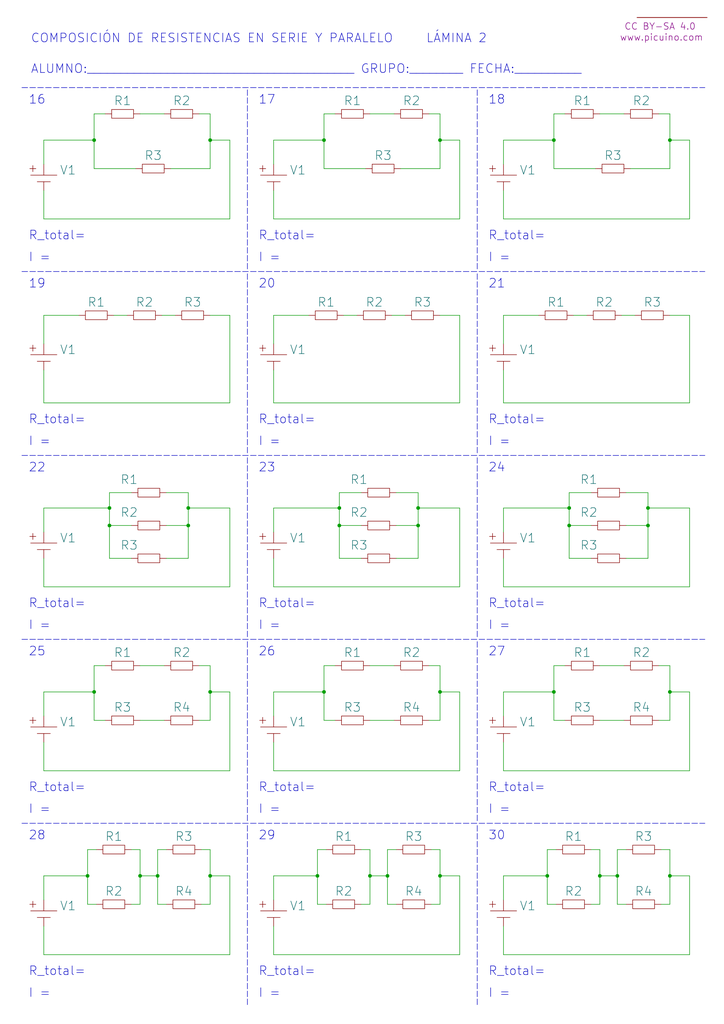
<source format=kicad_sch>
(kicad_sch (version 20211123) (generator eeschema)
  (paper "A4" portrait)
  (title_block (title "Circuitos eléctricos. Composición de resistencias en serie y paralelo") (date "8/05/2021") (company "www.picuino.com") (comment 1 "Copyright (c) 2021 by Carlos Pardo") (comment 2 "License CC BY-SA 4.0"))
  (lib_symbols
    (symbol "electric-resistencias-serie-paralelo-rescue:CopyRight-simbolos" (pin_names (offset 1.016))
      (property "License" "CC BY-SA 4.0" (at -1.27 -1.27 0))
      (property "Web" "www.picuino.com" (at 0 -1.27 0))
      (symbol "CopyRight-simbolos_0_1"
        (polyline (pts (xy -10.16 0) (xy 10.16 0)) (stroke (width 0.2032)))
      )
    )
    (symbol "electric-resistencias-serie-paralelo-rescue:Pila-simbolos" (pin_names (offset 1.016))
      (property "Reference" "V" (at 5.08 -4.445 0))
      (symbol "Pila-simbolos_0_1"
        (polyline (pts (xy -4.064 -1.27) (xy -2.286 -1.27)))
        (polyline (pts (xy -3.81 -3.175) (xy 3.81 -3.175)))
        (polyline (pts (xy -3.175 -0.381) (xy -3.175 -2.159)))
        (polyline (pts (xy -1.905 -5.08) (xy 1.905 -5.08)))
      )
      (symbol "Pila-simbolos_1_1"
        (pin input line (at 0 -7.62 90) (length 2.54) (name "") (number ""))
        (pin input line (at 0 0 270) (length 3.175) (name "") (number ""))
      )
    )
    (symbol "electric-resistencias-serie-paralelo-rescue:resistencia-simbolos" (pin_names (offset 1.016))
      (property "Reference" "R" (at 1.905 -5.08 0))
      (symbol "resistencia-simbolos_0_1"
        (rectangle (start -1.27 -1.905) (end 1.27 -8.255))
      )
      (symbol "resistencia-simbolos_1_1"
        (pin input line (at 0 -10.16 90) (length 1.905) (name "") (number ""))
        (pin input line (at 0 0 270) (length 1.905) (name "") (number ""))
      )
    )
  )
  (junction (at 160.655 200.66))
  (junction (at 179.07 254))
  (junction (at 173.99 254))
  (junction (at 98.425 147.32))
  (junction (at 127.635 40.64))
  (junction (at 45.72 254))
  (junction (at 121.285 147.32))
  (junction (at 121.285 152.4))
  (junction (at 92.075 254))
  (junction (at 54.61 152.4))
  (junction (at 25.4 254))
  (junction (at 194.31 200.66))
  (junction (at 60.96 254))
  (junction (at 27.305 200.66))
  (junction (at 27.305 40.64))
  (junction (at 187.96 152.4))
  (junction (at 127.635 254))
  (junction (at 194.31 254))
  (junction (at 194.31 40.64))
  (junction (at 93.98 200.66))
  (junction (at 60.96 200.66))
  (junction (at 160.655 40.64))
  (junction (at 40.64 254))
  (junction (at 31.75 147.32))
  (junction (at 98.425 152.4))
  (junction (at 127.635 200.66))
  (junction (at 31.75 152.4))
  (junction (at 165.1 152.4))
  (junction (at 54.61 147.32))
  (junction (at 60.96 40.64))
  (junction (at 158.75 254))
  (junction (at 187.96 147.32))
  (junction (at 112.395 254))
  (junction (at 93.98 40.64))
  (junction (at 165.1 147.32))
  (junction (at 107.315 254))
  (wire (pts (xy 25.4 246.38) (xy 25.4 254)))
  (wire (pts (xy 12.7 223.52) (xy 66.675 223.52)))
  (wire (pts (xy 107.315 254) (xy 107.315 262.255)))
  (wire (pts (xy 66.675 147.32) (xy 66.675 170.18)))
  (wire (pts (xy 194.31 200.66) (xy 194.31 208.915)))
  (wire (pts (xy 93.98 48.895) (xy 106.045 48.895)))
  (wire (pts (xy 12.7 161.925) (xy 12.7 170.18)))
  (wire (pts (xy 107.315 193.04) (xy 114.3 193.04)))
  (wire (pts (xy 158.75 246.38) (xy 158.75 254)))
  (wire (pts (xy 45.72 254) (xy 45.72 246.38)))
  (wire (pts (xy 158.75 254) (xy 158.75 262.255)))
  (wire (pts (xy 54.61 147.32) (xy 66.675 147.32)))
  (wire (pts (xy 200.025 116.84) (xy 146.05 116.84)))
  (wire (pts (xy 160.655 40.64) (xy 160.655 48.895)))
  (wire (pts (xy 133.35 254) (xy 133.35 276.86)))
  (wire (pts (xy 158.75 262.255) (xy 161.29 262.255)))
  (wire (pts (xy 200.025 147.32) (xy 200.025 170.18)))
  (wire (pts (xy 66.675 254) (xy 66.675 276.86)))
  (wire (pts (xy 94.615 246.38) (xy 92.075 246.38)))
  (wire (pts (xy 31.75 152.4) (xy 31.75 161.925)))
  (wire (pts (xy 133.35 91.44) (xy 133.35 116.84)))
  (wire (pts (xy 165.1 161.925) (xy 171.45 161.925)))
  (wire (pts (xy 200.025 200.66) (xy 200.025 223.52)))
  (wire (pts (xy 127.635 254) (xy 127.635 262.255)))
  (wire (pts (xy 146.05 254) (xy 146.05 260.985)))
  (wire (pts (xy 121.285 152.4) (xy 121.285 161.925)))
  (wire (pts (xy 173.99 246.38) (xy 173.99 254)))
  (wire (pts (xy 79.375 99.695) (xy 79.375 91.44)))
  (wire (pts (xy 60.96 40.64) (xy 66.675 40.64)))
  (wire (pts (xy 79.375 200.66) (xy 79.375 207.645)))
  (wire (pts (xy 60.96 33.02) (xy 60.96 40.64)))
  (polyline (pts (xy 6.35 132.08) (xy 204.47 132.08)))
  (wire (pts (xy 97.155 193.04) (xy 93.98 193.04)))
  (wire (pts (xy 114.935 142.875) (xy 121.285 142.875)))
  (wire (pts (xy 146.05 40.64) (xy 160.655 40.64)))
  (wire (pts (xy 161.29 246.38) (xy 158.75 246.38)))
  (wire (pts (xy 12.7 268.605) (xy 12.7 276.86)))
  (wire (pts (xy 160.655 208.915) (xy 163.83 208.915)))
  (wire (pts (xy 146.05 99.695) (xy 146.05 91.44)))
  (wire (pts (xy 79.375 40.64) (xy 79.375 47.625)))
  (wire (pts (xy 146.05 268.605) (xy 146.05 276.86)))
  (wire (pts (xy 98.425 147.32) (xy 98.425 152.4)))
  (wire (pts (xy 146.05 215.265) (xy 146.05 223.52)))
  (wire (pts (xy 12.7 147.32) (xy 31.75 147.32)))
  (wire (pts (xy 27.305 48.895) (xy 39.37 48.895)))
  (wire (pts (xy 187.96 147.32) (xy 200.025 147.32)))
  (wire (pts (xy 25.4 254) (xy 25.4 262.255)))
  (wire (pts (xy 92.075 262.255) (xy 94.615 262.255)))
  (wire (pts (xy 60.96 91.44) (xy 66.675 91.44)))
  (wire (pts (xy 30.48 193.04) (xy 27.305 193.04)))
  (wire (pts (xy 79.375 63.5) (xy 133.35 63.5)))
  (wire (pts (xy 107.315 33.02) (xy 114.3 33.02)))
  (wire (pts (xy 60.96 200.66) (xy 60.96 208.915)))
  (wire (pts (xy 127.635 40.64) (xy 127.635 48.895)))
  (wire (pts (xy 27.305 40.64) (xy 27.305 48.895)))
  (wire (pts (xy 127.635 200.66) (xy 127.635 208.915)))
  (wire (pts (xy 160.655 48.895) (xy 172.72 48.895)))
  (wire (pts (xy 79.375 55.245) (xy 79.375 63.5)))
  (wire (pts (xy 66.675 40.64) (xy 66.675 63.5)))
  (wire (pts (xy 92.075 246.38) (xy 92.075 254)))
  (wire (pts (xy 79.375 223.52) (xy 133.35 223.52)))
  (wire (pts (xy 127.635 193.04) (xy 127.635 200.66)))
  (wire (pts (xy 127.635 246.38) (xy 127.635 254)))
  (polyline (pts (xy 71.755 132.715) (xy 71.755 184.785)))
  (wire (pts (xy 194.31 254) (xy 194.31 262.255)))
  (wire (pts (xy 200.025 91.44) (xy 200.025 116.84)))
  (wire (pts (xy 127.635 33.02) (xy 127.635 40.64)))
  (wire (pts (xy 127.635 48.895) (xy 116.205 48.895)))
  (wire (pts (xy 146.05 147.32) (xy 146.05 154.305)))
  (wire (pts (xy 12.7 154.305) (xy 12.7 147.32)))
  (wire (pts (xy 146.05 161.925) (xy 146.05 170.18)))
  (wire (pts (xy 31.75 161.925) (xy 38.1 161.925)))
  (wire (pts (xy 79.375 268.605) (xy 79.375 276.86)))
  (wire (pts (xy 133.35 147.32) (xy 133.35 170.18)))
  (wire (pts (xy 60.96 246.38) (xy 58.42 246.38)))
  (polyline (pts (xy 71.755 239.395) (xy 71.755 291.465)))
  (wire (pts (xy 79.375 161.925) (xy 79.375 170.18)))
  (wire (pts (xy 133.35 116.84) (xy 79.375 116.84)))
  (wire (pts (xy 60.96 193.04) (xy 57.785 193.04)))
  (wire (pts (xy 98.425 142.875) (xy 98.425 147.32)))
  (wire (pts (xy 173.99 262.255) (xy 171.45 262.255)))
  (wire (pts (xy 127.635 200.66) (xy 133.35 200.66)))
  (wire (pts (xy 45.72 262.255) (xy 45.72 254)))
  (wire (pts (xy 194.31 33.02) (xy 194.31 40.64)))
  (wire (pts (xy 200.025 170.18) (xy 146.05 170.18)))
  (wire (pts (xy 31.75 147.32) (xy 31.75 152.4)))
  (wire (pts (xy 165.1 152.4) (xy 171.45 152.4)))
  (wire (pts (xy 114.935 262.255) (xy 112.395 262.255)))
  (wire (pts (xy 107.315 246.38) (xy 107.315 254)))
  (wire (pts (xy 98.425 152.4) (xy 98.425 161.925)))
  (wire (pts (xy 98.425 161.925) (xy 104.775 161.925)))
  (wire (pts (xy 93.98 200.66) (xy 93.98 208.915)))
  (wire (pts (xy 93.98 40.64) (xy 93.98 48.895)))
  (wire (pts (xy 146.05 63.5) (xy 200.025 63.5)))
  (wire (pts (xy 27.94 246.38) (xy 25.4 246.38)))
  (wire (pts (xy 107.315 262.255) (xy 104.775 262.255)))
  (polyline (pts (xy 6.35 238.76) (xy 204.47 238.76)))
  (wire (pts (xy 173.99 254) (xy 179.07 254)))
  (wire (pts (xy 40.64 254) (xy 40.64 262.255)))
  (wire (pts (xy 79.375 154.305) (xy 79.375 147.32)))
  (wire (pts (xy 25.4 262.255) (xy 27.94 262.255)))
  (wire (pts (xy 133.35 40.64) (xy 133.35 63.5)))
  (wire (pts (xy 60.96 262.255) (xy 58.42 262.255)))
  (wire (pts (xy 121.285 142.875) (xy 121.285 147.32)))
  (wire (pts (xy 54.61 152.4) (xy 54.61 161.925)))
  (polyline (pts (xy 138.43 239.395) (xy 138.43 291.465)))
  (wire (pts (xy 146.05 91.44) (xy 156.21 91.44)))
  (wire (pts (xy 121.285 147.32) (xy 133.35 147.32)))
  (wire (pts (xy 27.305 193.04) (xy 27.305 200.66)))
  (wire (pts (xy 79.375 215.265) (xy 79.375 223.52)))
  (wire (pts (xy 60.96 246.38) (xy 60.96 254)))
  (wire (pts (xy 187.96 142.875) (xy 187.96 147.32)))
  (wire (pts (xy 30.48 33.02) (xy 27.305 33.02)))
  (wire (pts (xy 127.635 262.255) (xy 125.095 262.255)))
  (wire (pts (xy 99.695 91.44) (xy 103.505 91.44)))
  (wire (pts (xy 60.96 193.04) (xy 60.96 200.66)))
  (wire (pts (xy 173.99 193.04) (xy 180.975 193.04)))
  (wire (pts (xy 60.96 208.915) (xy 57.785 208.915)))
  (wire (pts (xy 180.34 91.44) (xy 184.15 91.44)))
  (wire (pts (xy 121.285 161.925) (xy 114.935 161.925)))
  (wire (pts (xy 179.07 254) (xy 179.07 246.38)))
  (wire (pts (xy 79.375 147.32) (xy 98.425 147.32)))
  (wire (pts (xy 187.96 152.4) (xy 187.96 161.925)))
  (wire (pts (xy 104.775 246.38) (xy 107.315 246.38)))
  (wire (pts (xy 194.31 246.38) (xy 191.77 246.38)))
  (polyline (pts (xy 6.35 25.4) (xy 204.47 25.4)))
  (wire (pts (xy 194.31 40.64) (xy 200.025 40.64)))
  (wire (pts (xy 98.425 152.4) (xy 104.775 152.4)))
  (wire (pts (xy 127.635 91.44) (xy 133.35 91.44)))
  (wire (pts (xy 60.96 254) (xy 66.675 254)))
  (wire (pts (xy 33.02 91.44) (xy 36.83 91.44)))
  (wire (pts (xy 146.05 55.245) (xy 146.05 63.5)))
  (wire (pts (xy 194.31 193.04) (xy 191.135 193.04)))
  (wire (pts (xy 112.395 254) (xy 112.395 246.38)))
  (wire (pts (xy 93.98 193.04) (xy 93.98 200.66)))
  (wire (pts (xy 40.64 254) (xy 45.72 254)))
  (wire (pts (xy 171.45 142.875) (xy 165.1 142.875)))
  (wire (pts (xy 66.675 91.44) (xy 66.675 116.84)))
  (wire (pts (xy 31.75 142.875) (xy 31.75 147.32)))
  (wire (pts (xy 38.1 142.875) (xy 31.75 142.875)))
  (wire (pts (xy 27.305 33.02) (xy 27.305 40.64)))
  (wire (pts (xy 12.7 254) (xy 12.7 260.985)))
  (wire (pts (xy 31.75 152.4) (xy 38.1 152.4)))
  (wire (pts (xy 54.61 161.925) (xy 48.26 161.925)))
  (wire (pts (xy 60.96 200.66) (xy 66.675 200.66)))
  (wire (pts (xy 45.72 246.38) (xy 48.26 246.38)))
  (wire (pts (xy 27.305 200.66) (xy 27.305 208.915)))
  (wire (pts (xy 194.31 33.02) (xy 191.135 33.02)))
  (wire (pts (xy 146.05 276.86) (xy 200.025 276.86)))
  (polyline (pts (xy 71.755 26.035) (xy 71.755 78.105)))
  (wire (pts (xy 97.155 33.02) (xy 93.98 33.02)))
  (wire (pts (xy 12.7 55.245) (xy 12.7 63.5)))
  (wire (pts (xy 127.635 40.64) (xy 133.35 40.64)))
  (wire (pts (xy 92.075 254) (xy 92.075 262.255)))
  (wire (pts (xy 66.675 116.84) (xy 12.7 116.84)))
  (polyline (pts (xy 138.43 132.715) (xy 138.43 184.785)))
  (wire (pts (xy 146.05 107.315) (xy 146.05 116.84)))
  (wire (pts (xy 54.61 152.4) (xy 48.26 152.4)))
  (wire (pts (xy 12.7 91.44) (xy 22.86 91.44)))
  (wire (pts (xy 104.775 142.875) (xy 98.425 142.875)))
  (wire (pts (xy 46.99 91.44) (xy 50.8 91.44)))
  (polyline (pts (xy 6.35 185.42) (xy 204.47 185.42)))
  (wire (pts (xy 165.1 147.32) (xy 165.1 152.4)))
  (wire (pts (xy 121.285 152.4) (xy 114.935 152.4)))
  (polyline (pts (xy 71.755 186.055) (xy 71.755 238.125)))
  (wire (pts (xy 127.635 33.02) (xy 124.46 33.02)))
  (wire (pts (xy 187.96 147.32) (xy 187.96 152.4)))
  (wire (pts (xy 54.61 147.32) (xy 54.61 152.4)))
  (wire (pts (xy 66.675 170.18) (xy 12.7 170.18)))
  (wire (pts (xy 54.61 142.875) (xy 54.61 147.32)))
  (wire (pts (xy 107.315 254) (xy 112.395 254)))
  (wire (pts (xy 173.99 33.02) (xy 180.975 33.02)))
  (wire (pts (xy 79.375 254) (xy 92.075 254)))
  (wire (pts (xy 12.7 63.5) (xy 66.675 63.5)))
  (wire (pts (xy 47.625 208.915) (xy 40.64 208.915)))
  (wire (pts (xy 40.64 262.255) (xy 38.1 262.255)))
  (wire (pts (xy 66.675 200.66) (xy 66.675 223.52)))
  (wire (pts (xy 187.96 152.4) (xy 181.61 152.4)))
  (wire (pts (xy 160.655 193.04) (xy 160.655 200.66)))
  (wire (pts (xy 127.635 208.915) (xy 124.46 208.915)))
  (wire (pts (xy 146.05 147.32) (xy 165.1 147.32)))
  (wire (pts (xy 194.31 91.44) (xy 200.025 91.44)))
  (wire (pts (xy 181.61 142.875) (xy 187.96 142.875)))
  (wire (pts (xy 93.98 33.02) (xy 93.98 40.64)))
  (wire (pts (xy 146.05 40.64) (xy 146.05 47.625)))
  (wire (pts (xy 60.96 48.895) (xy 49.53 48.895)))
  (wire (pts (xy 160.655 33.02) (xy 160.655 40.64)))
  (polyline (pts (xy 6.35 78.74) (xy 204.47 78.74)))
  (wire (pts (xy 60.96 254) (xy 60.96 262.255)))
  (wire (pts (xy 12.7 215.265) (xy 12.7 223.52)))
  (polyline (pts (xy 138.43 26.035) (xy 138.43 78.105)))
  (wire (pts (xy 166.37 91.44) (xy 170.18 91.44)))
  (wire (pts (xy 146.05 200.66) (xy 160.655 200.66)))
  (wire (pts (xy 179.07 246.38) (xy 181.61 246.38)))
  (wire (pts (xy 194.31 40.64) (xy 194.31 48.895)))
  (wire (pts (xy 12.7 40.64) (xy 27.305 40.64)))
  (wire (pts (xy 133.35 170.18) (xy 79.375 170.18)))
  (polyline (pts (xy 138.43 79.375) (xy 138.43 131.445)))
  (wire (pts (xy 165.1 152.4) (xy 165.1 161.925)))
  (wire (pts (xy 194.31 254) (xy 200.025 254)))
  (wire (pts (xy 180.975 208.915) (xy 173.99 208.915)))
  (wire (pts (xy 194.31 246.38) (xy 194.31 254)))
  (wire (pts (xy 48.26 142.875) (xy 54.61 142.875)))
  (wire (pts (xy 146.05 200.66) (xy 146.05 207.645)))
  (wire (pts (xy 12.7 40.64) (xy 12.7 47.625)))
  (wire (pts (xy 163.83 193.04) (xy 160.655 193.04)))
  (wire (pts (xy 12.7 107.315) (xy 12.7 116.84)))
  (wire (pts (xy 113.665 91.44) (xy 117.475 91.44)))
  (wire (pts (xy 79.375 200.66) (xy 93.98 200.66)))
  (wire (pts (xy 79.375 40.64) (xy 93.98 40.64)))
  (wire (pts (xy 127.635 254) (xy 133.35 254)))
  (wire (pts (xy 160.655 200.66) (xy 160.655 208.915)))
  (wire (pts (xy 79.375 276.86) (xy 133.35 276.86)))
  (wire (pts (xy 38.1 246.38) (xy 40.64 246.38)))
  (wire (pts (xy 112.395 262.255) (xy 112.395 254)))
  (wire (pts (xy 121.285 147.32) (xy 121.285 152.4)))
  (wire (pts (xy 127.635 246.38) (xy 125.095 246.38)))
  (wire (pts (xy 27.305 208.915) (xy 30.48 208.915)))
  (wire (pts (xy 12.7 200.66) (xy 27.305 200.66)))
  (wire (pts (xy 146.05 223.52) (xy 200.025 223.52)))
  (wire (pts (xy 171.45 246.38) (xy 173.99 246.38)))
  (wire (pts (xy 60.96 33.02) (xy 57.785 33.02)))
  (wire (pts (xy 200.025 40.64) (xy 200.025 63.5)))
  (wire (pts (xy 40.64 246.38) (xy 40.64 254)))
  (wire (pts (xy 194.31 262.255) (xy 191.77 262.255)))
  (wire (pts (xy 181.61 262.255) (xy 179.07 262.255)))
  (wire (pts (xy 194.31 48.895) (xy 182.88 48.895)))
  (wire (pts (xy 12.7 200.66) (xy 12.7 207.645)))
  (wire (pts (xy 114.3 208.915) (xy 107.315 208.915)))
  (wire (pts (xy 146.05 254) (xy 158.75 254)))
  (wire (pts (xy 163.83 33.02) (xy 160.655 33.02)))
  (wire (pts (xy 200.025 254) (xy 200.025 276.86)))
  (wire (pts (xy 112.395 246.38) (xy 114.935 246.38)))
  (wire (pts (xy 133.35 200.66) (xy 133.35 223.52)))
  (wire (pts (xy 48.26 262.255) (xy 45.72 262.255)))
  (wire (pts (xy 12.7 276.86) (xy 66.675 276.86)))
  (wire (pts (xy 179.07 262.255) (xy 179.07 254)))
  (wire (pts (xy 173.99 254) (xy 173.99 262.255)))
  (wire (pts (xy 60.96 40.64) (xy 60.96 48.895)))
  (polyline (pts (xy 138.43 186.055) (xy 138.43 238.125)))
  (wire (pts (xy 79.375 107.315) (xy 79.375 116.84)))
  (polyline (pts (xy 71.755 79.375) (xy 71.755 131.445)))
  (wire (pts (xy 165.1 142.875) (xy 165.1 147.32)))
  (wire (pts (xy 40.64 193.04) (xy 47.625 193.04)))
  (wire (pts (xy 12.7 254) (xy 25.4 254)))
  (wire (pts (xy 194.31 193.04) (xy 194.31 200.66)))
  (wire (pts (xy 12.7 99.695) (xy 12.7 91.44)))
  (wire (pts (xy 187.96 161.925) (xy 181.61 161.925)))
  (wire (pts (xy 40.64 33.02) (xy 47.625 33.02)))
  (wire (pts (xy 93.98 208.915) (xy 97.155 208.915)))
  (wire (pts (xy 127.635 193.04) (xy 124.46 193.04)))
  (wire (pts (xy 79.375 260.985) (xy 79.375 254)))
  (wire (pts (xy 194.31 208.915) (xy 191.135 208.915)))
  (wire (pts (xy 194.31 200.66) (xy 200.025 200.66)))
  (wire (pts (xy 79.375 91.44) (xy 89.535 91.44)))
  (text "COMPOSICIÓN DE RESISTENCIAS EN SERIE Y PARALELO     LÁMINA 2" (at 8.89 12.7 0) (effects (font (size 2.54 2.54)) (justify left bottom)))
  (text "I =" (at 141.605 182.88 0) (effects (font (size 2.54 2.54)) (justify left bottom)))
  (text "I =" (at 74.93 289.56 0) (effects (font (size 2.54 2.54)) (justify left bottom)))
  (text "R_total=" (at 74.93 123.19 0) (effects (font (size 2.54 2.54)) (justify left bottom)))
  (text "R_total=" (at 141.605 69.85 0) (effects (font (size 2.54 2.54)) (justify left bottom)))
  (text "R_total=" (at 8.255 176.53 0) (effects (font (size 2.54 2.54)) (justify left bottom)))
  (text "23" (at 74.93 137.16 0) (effects (font (size 2.54 2.54)) (justify left bottom)))
  (text "28" (at 8.255 243.84 0) (effects (font (size 2.54 2.54)) (justify left bottom)))
  (text "R_total=" (at 74.93 229.87 0) (effects (font (size 2.54 2.54)) (justify left bottom)))
  (text "22" (at 8.255 137.16 0) (effects (font (size 2.54 2.54)) (justify left bottom)))
  (text "30" (at 141.605 243.84 0) (effects (font (size 2.54 2.54)) (justify left bottom)))
  (text "R_total=" (at 8.255 283.21 0) (effects (font (size 2.54 2.54)) (justify left bottom)))
  (text "I =" (at 74.93 76.2 0) (effects (font (size 2.54 2.54)) (justify left bottom)))
  (text "R_total=" (at 8.255 69.85 0) (effects (font (size 2.54 2.54)) (justify left bottom)))
  (text "I =" (at 141.605 76.2 0) (effects (font (size 2.54 2.54)) (justify left bottom)))
  (text "16" (at 8.255 30.48 0) (effects (font (size 2.54 2.54)) (justify left bottom)))
  (text "29" (at 74.93 243.84 0) (effects (font (size 2.54 2.54)) (justify left bottom)))
  (text "20" (at 74.93 83.82 0) (effects (font (size 2.54 2.54)) (justify left bottom)))
  (text "I =" (at 141.605 289.56 0) (effects (font (size 2.54 2.54)) (justify left bottom)))
  (text "I =" (at 8.255 182.88 0) (effects (font (size 2.54 2.54)) (justify left bottom)))
  (text "I =" (at 74.93 236.22 0) (effects (font (size 2.54 2.54)) (justify left bottom)))
  (text "R_total=" (at 74.93 176.53 0) (effects (font (size 2.54 2.54)) (justify left bottom)))
  (text "26" (at 74.93 190.5 0) (effects (font (size 2.54 2.54)) (justify left bottom)))
  (text "I =" (at 141.605 236.22 0) (effects (font (size 2.54 2.54)) (justify left bottom)))
  (text "I =" (at 74.93 129.54 0) (effects (font (size 2.54 2.54)) (justify left bottom)))
  (text "R_total=" (at 8.255 123.19 0) (effects (font (size 2.54 2.54)) (justify left bottom)))
  (text "17" (at 74.93 30.48 0) (effects (font (size 2.54 2.54)) (justify left bottom)))
  (text "I =" (at 8.255 76.2 0) (effects (font (size 2.54 2.54)) (justify left bottom)))
  (text "27" (at 141.605 190.5 0) (effects (font (size 2.54 2.54)) (justify left bottom)))
  (text "R_total=" (at 141.605 176.53 0) (effects (font (size 2.54 2.54)) (justify left bottom)))
  (text "R_total=" (at 141.605 283.21 0) (effects (font (size 2.54 2.54)) (justify left bottom)))
  (text "I =" (at 8.255 129.54 0) (effects (font (size 2.54 2.54)) (justify left bottom)))
  (text "25" (at 8.255 190.5 0) (effects (font (size 2.54 2.54)) (justify left bottom)))
  (text "R_total=" (at 8.255 229.87 0) (effects (font (size 2.54 2.54)) (justify left bottom)))
  (text "19" (at 8.255 83.82 0) (effects (font (size 2.54 2.54)) (justify left bottom)))
  (text "R_total=" (at 74.93 283.21 0) (effects (font (size 2.54 2.54)) (justify left bottom)))
  (text "I =" (at 74.93 182.88 0) (effects (font (size 2.54 2.54)) (justify left bottom)))
  (text "I =" (at 8.255 236.22 0) (effects (font (size 2.54 2.54)) (justify left bottom)))
  (text "R_total=" (at 141.605 229.87 0) (effects (font (size 2.54 2.54)) (justify left bottom)))
  (text "24" (at 141.605 137.16 0) (effects (font (size 2.54 2.54)) (justify left bottom)))
  (text "18" (at 141.605 30.48 0) (effects (font (size 2.54 2.54)) (justify left bottom)))
  (text "I =" (at 141.605 129.54 0) (effects (font (size 2.54 2.54)) (justify left bottom)))
  (text "I =" (at 8.255 289.56 0) (effects (font (size 2.54 2.54)) (justify left bottom)))
  (text "R_total=" (at 74.93 69.85 0) (effects (font (size 2.54 2.54)) (justify left bottom)))
  (text "R_total=" (at 141.605 123.19 0) (effects (font (size 2.54 2.54)) (justify left bottom)))
  (text "ALUMNO:________________________________________ GRUPO:________ FECHA:__________" (at 8.89 21.59 0) (effects (font (size 2.54 2.54)) (justify left bottom)))
  (text "21" (at 141.605 83.82 0) (effects (font (size 2.54 2.54)) (justify left bottom)))
  (symbol (lib_id "electric-resistencias-serie-paralelo-rescue:resistencia-simbolos") (at 57.785 33.02 270) (unit 1)
    (property "Reference" "R2" (at 52.705 29.21 90) (effects (font (size 2.54 2.54))))
  )
  (symbol (lib_id "electric-resistencias-serie-paralelo-rescue:resistencia-simbolos") (at 49.53 48.895 270) (unit 1)
    (property "Reference" "R3" (at 44.45 45.085 90) (effects (font (size 2.54 2.54))))
  )
  (symbol (lib_id "electric-resistencias-serie-paralelo-rescue:resistencia-simbolos") (at 40.64 33.02 270) (unit 1)
    (property "Reference" "R1" (at 35.56 29.21 90) (effects (font (size 2.54 2.54))))
  )
  (symbol (lib_id "electric-resistencias-serie-paralelo-rescue:resistencia-simbolos") (at 124.46 33.02 270) (unit 1)
    (property "Reference" "R2" (at 119.38 29.21 90) (effects (font (size 2.54 2.54))))
  )
  (symbol (lib_id "electric-resistencias-serie-paralelo-rescue:resistencia-simbolos") (at 116.205 48.895 270) (unit 1)
    (property "Reference" "R3" (at 111.125 45.085 90) (effects (font (size 2.54 2.54))))
  )
  (symbol (lib_id "electric-resistencias-serie-paralelo-rescue:resistencia-simbolos") (at 107.315 33.02 270) (unit 1)
    (property "Reference" "R1" (at 102.235 29.21 90) (effects (font (size 2.54 2.54))))
  )
  (symbol (lib_id "electric-resistencias-serie-paralelo-rescue:resistencia-simbolos") (at 191.135 33.02 270) (unit 1)
    (property "Reference" "R2" (at 186.055 29.21 90) (effects (font (size 2.54 2.54))))
  )
  (symbol (lib_id "electric-resistencias-serie-paralelo-rescue:resistencia-simbolos") (at 182.88 48.895 270) (unit 1)
    (property "Reference" "R3" (at 177.8 45.085 90) (effects (font (size 2.54 2.54))))
  )
  (symbol (lib_id "electric-resistencias-serie-paralelo-rescue:resistencia-simbolos") (at 173.99 33.02 270) (unit 1)
    (property "Reference" "R1" (at 168.91 29.21 90) (effects (font (size 2.54 2.54))))
  )
  (symbol (lib_id "electric-resistencias-serie-paralelo-rescue:resistencia-simbolos") (at 33.02 91.44 270) (unit 1)
    (property "Reference" "R1" (at 27.94 87.63 90) (effects (font (size 2.54 2.54))))
  )
  (symbol (lib_id "electric-resistencias-serie-paralelo-rescue:resistencia-simbolos") (at 46.99 91.44 270) (unit 1)
    (property "Reference" "R2" (at 41.91 87.63 90) (effects (font (size 2.54 2.54))))
  )
  (symbol (lib_id "electric-resistencias-serie-paralelo-rescue:resistencia-simbolos") (at 60.96 91.44 270) (unit 1)
    (property "Reference" "R3" (at 55.88 87.63 90) (effects (font (size 2.54 2.54))))
  )
  (symbol (lib_id "electric-resistencias-serie-paralelo-rescue:resistencia-simbolos") (at 99.695 91.44 270) (unit 1)
    (property "Reference" "R1" (at 94.615 87.63 90) (effects (font (size 2.54 2.54))))
  )
  (symbol (lib_id "electric-resistencias-serie-paralelo-rescue:resistencia-simbolos") (at 113.665 91.44 270) (unit 1)
    (property "Reference" "R2" (at 108.585 87.63 90) (effects (font (size 2.54 2.54))))
  )
  (symbol (lib_id "electric-resistencias-serie-paralelo-rescue:resistencia-simbolos") (at 127.635 91.44 270) (unit 1)
    (property "Reference" "R3" (at 122.555 87.63 90) (effects (font (size 2.54 2.54))))
  )
  (symbol (lib_id "electric-resistencias-serie-paralelo-rescue:resistencia-simbolos") (at 166.37 91.44 270) (unit 1)
    (property "Reference" "R1" (at 161.29 87.63 90) (effects (font (size 2.54 2.54))))
  )
  (symbol (lib_id "electric-resistencias-serie-paralelo-rescue:resistencia-simbolos") (at 180.34 91.44 270) (unit 1)
    (property "Reference" "R2" (at 175.26 87.63 90) (effects (font (size 2.54 2.54))))
  )
  (symbol (lib_id "electric-resistencias-serie-paralelo-rescue:resistencia-simbolos") (at 194.31 91.44 270) (unit 1)
    (property "Reference" "R3" (at 189.23 87.63 90) (effects (font (size 2.54 2.54))))
  )
  (symbol (lib_id "electric-resistencias-serie-paralelo-rescue:resistencia-simbolos") (at 48.26 152.4 270) (unit 1)
    (property "Reference" "R2" (at 37.465 148.59 90) (effects (font (size 2.54 2.54))))
  )
  (symbol (lib_id "electric-resistencias-serie-paralelo-rescue:resistencia-simbolos") (at 48.26 142.875 270) (unit 1)
    (property "Reference" "R1" (at 37.465 139.065 90) (effects (font (size 2.54 2.54))))
  )
  (symbol (lib_id "electric-resistencias-serie-paralelo-rescue:resistencia-simbolos") (at 48.26 161.925 270) (unit 1)
    (property "Reference" "R3" (at 37.465 158.115 90) (effects (font (size 2.54 2.54))))
  )
  (symbol (lib_id "electric-resistencias-serie-paralelo-rescue:resistencia-simbolos") (at 114.935 152.4 270) (unit 1)
    (property "Reference" "R2" (at 104.14 148.59 90) (effects (font (size 2.54 2.54))))
  )
  (symbol (lib_id "electric-resistencias-serie-paralelo-rescue:resistencia-simbolos") (at 114.935 142.875 270) (unit 1)
    (property "Reference" "R1" (at 104.14 139.065 90) (effects (font (size 2.54 2.54))))
  )
  (symbol (lib_id "electric-resistencias-serie-paralelo-rescue:resistencia-simbolos") (at 114.935 161.925 270) (unit 1)
    (property "Reference" "R3" (at 104.14 158.115 90) (effects (font (size 2.54 2.54))))
  )
  (symbol (lib_id "electric-resistencias-serie-paralelo-rescue:resistencia-simbolos") (at 181.61 152.4 270) (unit 1)
    (property "Reference" "R2" (at 170.815 148.59 90) (effects (font (size 2.54 2.54))))
  )
  (symbol (lib_id "electric-resistencias-serie-paralelo-rescue:resistencia-simbolos") (at 181.61 142.875 270) (unit 1)
    (property "Reference" "R1" (at 170.815 139.065 90) (effects (font (size 2.54 2.54))))
  )
  (symbol (lib_id "electric-resistencias-serie-paralelo-rescue:resistencia-simbolos") (at 181.61 161.925 270) (unit 1)
    (property "Reference" "R3" (at 170.815 158.115 90) (effects (font (size 2.54 2.54))))
  )
  (symbol (lib_id "electric-resistencias-serie-paralelo-rescue:resistencia-simbolos") (at 57.785 193.04 270) (unit 1)
    (property "Reference" "R2" (at 52.705 189.23 90) (effects (font (size 2.54 2.54))))
  )
  (symbol (lib_id "electric-resistencias-serie-paralelo-rescue:resistencia-simbolos") (at 40.64 208.915 270) (unit 1)
    (property "Reference" "R3" (at 35.56 205.105 90) (effects (font (size 2.54 2.54))))
  )
  (symbol (lib_id "electric-resistencias-serie-paralelo-rescue:resistencia-simbolos") (at 40.64 193.04 270) (unit 1)
    (property "Reference" "R1" (at 35.56 189.23 90) (effects (font (size 2.54 2.54))))
  )
  (symbol (lib_id "electric-resistencias-serie-paralelo-rescue:resistencia-simbolos") (at 57.785 208.915 270) (unit 1)
    (property "Reference" "R4" (at 52.705 205.105 90) (effects (font (size 2.54 2.54))))
  )
  (symbol (lib_id "electric-resistencias-serie-paralelo-rescue:resistencia-simbolos") (at 58.42 246.38 270) (unit 1)
    (property "Reference" "R3" (at 53.34 242.57 90) (effects (font (size 2.54 2.54))))
  )
  (symbol (lib_id "electric-resistencias-serie-paralelo-rescue:resistencia-simbolos") (at 38.1 262.255 270) (unit 1)
    (property "Reference" "R2" (at 33.02 258.445 90) (effects (font (size 2.54 2.54))))
  )
  (symbol (lib_id "electric-resistencias-serie-paralelo-rescue:resistencia-simbolos") (at 38.1 246.38 270) (unit 1)
    (property "Reference" "R1" (at 33.02 242.57 90) (effects (font (size 2.54 2.54))))
  )
  (symbol (lib_id "electric-resistencias-serie-paralelo-rescue:resistencia-simbolos") (at 58.42 262.255 270) (unit 1)
    (property "Reference" "R4" (at 53.34 258.445 90) (effects (font (size 2.54 2.54))))
  )
  (symbol (lib_id "electric-resistencias-serie-paralelo-rescue:resistencia-simbolos") (at 125.095 246.38 270) (unit 1)
    (property "Reference" "R3" (at 120.015 242.57 90) (effects (font (size 2.54 2.54))))
  )
  (symbol (lib_id "electric-resistencias-serie-paralelo-rescue:resistencia-simbolos") (at 104.775 262.255 270) (unit 1)
    (property "Reference" "R2" (at 99.695 258.445 90) (effects (font (size 2.54 2.54))))
  )
  (symbol (lib_id "electric-resistencias-serie-paralelo-rescue:resistencia-simbolos") (at 104.775 246.38 270) (unit 1)
    (property "Reference" "R1" (at 99.695 242.57 90) (effects (font (size 2.54 2.54))))
  )
  (symbol (lib_id "electric-resistencias-serie-paralelo-rescue:resistencia-simbolos") (at 125.095 262.255 270) (unit 1)
    (property "Reference" "R4" (at 120.015 258.445 90) (effects (font (size 2.54 2.54))))
  )
  (symbol (lib_id "electric-resistencias-serie-paralelo-rescue:resistencia-simbolos") (at 191.77 246.38 270) (unit 1)
    (property "Reference" "R3" (at 186.69 242.57 90) (effects (font (size 2.54 2.54))))
  )
  (symbol (lib_id "electric-resistencias-serie-paralelo-rescue:resistencia-simbolos") (at 171.45 262.255 270) (unit 1)
    (property "Reference" "R2" (at 166.37 258.445 90) (effects (font (size 2.54 2.54))))
  )
  (symbol (lib_id "electric-resistencias-serie-paralelo-rescue:resistencia-simbolos") (at 171.45 246.38 270) (unit 1)
    (property "Reference" "R1" (at 166.37 242.57 90) (effects (font (size 2.54 2.54))))
  )
  (symbol (lib_id "electric-resistencias-serie-paralelo-rescue:resistencia-simbolos") (at 191.77 262.255 270) (unit 1)
    (property "Reference" "R4" (at 186.69 258.445 90) (effects (font (size 2.54 2.54))))
  )
  (symbol (lib_id "electric-resistencias-serie-paralelo-rescue:resistencia-simbolos") (at 124.46 193.04 270) (unit 1)
    (property "Reference" "R2" (at 119.38 189.23 90) (effects (font (size 2.54 2.54))))
  )
  (symbol (lib_id "electric-resistencias-serie-paralelo-rescue:resistencia-simbolos") (at 107.315 208.915 270) (unit 1)
    (property "Reference" "R3" (at 102.235 205.105 90) (effects (font (size 2.54 2.54))))
  )
  (symbol (lib_id "electric-resistencias-serie-paralelo-rescue:resistencia-simbolos") (at 107.315 193.04 270) (unit 1)
    (property "Reference" "R1" (at 102.235 189.23 90) (effects (font (size 2.54 2.54))))
  )
  (symbol (lib_id "electric-resistencias-serie-paralelo-rescue:resistencia-simbolos") (at 124.46 208.915 270) (unit 1)
    (property "Reference" "R4" (at 119.38 205.105 90) (effects (font (size 2.54 2.54))))
  )
  (symbol (lib_id "electric-resistencias-serie-paralelo-rescue:resistencia-simbolos") (at 191.135 193.04 270) (unit 1)
    (property "Reference" "R2" (at 186.055 189.23 90) (effects (font (size 2.54 2.54))))
  )
  (symbol (lib_id "electric-resistencias-serie-paralelo-rescue:resistencia-simbolos") (at 173.99 208.915 270) (unit 1)
    (property "Reference" "R3" (at 168.91 205.105 90) (effects (font (size 2.54 2.54))))
  )
  (symbol (lib_id "electric-resistencias-serie-paralelo-rescue:resistencia-simbolos") (at 173.99 193.04 270) (unit 1)
    (property "Reference" "R1" (at 168.91 189.23 90) (effects (font (size 2.54 2.54))))
  )
  (symbol (lib_id "electric-resistencias-serie-paralelo-rescue:resistencia-simbolos") (at 191.135 208.915 270) (unit 1)
    (property "Reference" "R4" (at 186.055 205.105 90) (effects (font (size 2.54 2.54))))
  )
  (symbol (lib_id "electric-resistencias-serie-paralelo-rescue:Pila-simbolos") (at 12.7 260.985 0) (unit 1)
    (property "Reference" "V1" (at 17.2212 262.6868 0) (effects (font (size 2.54 2.54)) (justify left)))
  )
  (symbol (lib_id "electric-resistencias-serie-paralelo-rescue:Pila-simbolos") (at 146.05 207.645 0) (unit 1)
    (property "Reference" "V1" (at 150.5712 209.3468 0) (effects (font (size 2.54 2.54)) (justify left)))
  )
  (symbol (lib_id "electric-resistencias-serie-paralelo-rescue:Pila-simbolos") (at 12.7 154.305 0) (unit 1)
    (property "Reference" "V1" (at 17.2212 156.0068 0) (effects (font (size 2.54 2.54)) (justify left)))
  )
  (symbol (lib_id "electric-resistencias-serie-paralelo-rescue:Pila-simbolos") (at 79.375 99.695 0) (unit 1)
    (property "Reference" "V1" (at 83.8962 101.3968 0) (effects (font (size 2.54 2.54)) (justify left)))
  )
  (symbol (lib_id "electric-resistencias-serie-paralelo-rescue:Pila-simbolos") (at 146.05 99.695 0) (unit 1)
    (property "Reference" "V1" (at 150.5712 101.3968 0) (effects (font (size 2.54 2.54)) (justify left)))
  )
  (symbol (lib_id "electric-resistencias-serie-paralelo-rescue:Pila-simbolos") (at 146.05 47.625 0) (unit 1)
    (property "Reference" "V1" (at 150.5712 49.3268 0) (effects (font (size 2.54 2.54)) (justify left)))
  )
  (symbol (lib_id "electric-resistencias-serie-paralelo-rescue:Pila-simbolos") (at 79.375 260.985 0) (unit 1)
    (property "Reference" "V1" (at 83.8962 262.6868 0) (effects (font (size 2.54 2.54)) (justify left)))
  )
  (symbol (lib_id "electric-resistencias-serie-paralelo-rescue:Pila-simbolos") (at 79.375 47.625 0) (unit 1)
    (property "Reference" "V1" (at 83.8962 49.3268 0) (effects (font (size 2.54 2.54)) (justify left)))
  )
  (symbol (lib_id "electric-resistencias-serie-paralelo-rescue:Pila-simbolos") (at 12.7 47.625 0) (unit 1)
    (property "Reference" "V1" (at 17.2212 49.3268 0) (effects (font (size 2.54 2.54)) (justify left)))
  )
  (symbol (lib_id "electric-resistencias-serie-paralelo-rescue:Pila-simbolos") (at 79.375 154.305 0) (unit 1)
    (property "Reference" "V1" (at 83.8962 156.0068 0) (effects (font (size 2.54 2.54)) (justify left)))
  )
  (symbol (lib_id "electric-resistencias-serie-paralelo-rescue:Pila-simbolos") (at 12.7 99.695 0) (unit 1)
    (property "Reference" "V1" (at 17.2212 101.3968 0) (effects (font (size 2.54 2.54)) (justify left)))
  )
  (symbol (lib_id "electric-resistencias-serie-paralelo-rescue:Pila-simbolos") (at 146.05 154.305 0) (unit 1)
    (property "Reference" "V1" (at 150.5712 156.0068 0) (effects (font (size 2.54 2.54)) (justify left)))
  )
  (symbol (lib_id "electric-resistencias-serie-paralelo-rescue:Pila-simbolos") (at 79.375 207.645 0) (unit 1)
    (property "Reference" "V1" (at 83.8962 209.3468 0) (effects (font (size 2.54 2.54)) (justify left)))
  )
  (symbol (lib_id "electric-resistencias-serie-paralelo-rescue:Pila-simbolos") (at 146.05 260.985 0) (unit 1)
    (property "Reference" "V1" (at 150.5712 262.6868 0) (effects (font (size 2.54 2.54)) (justify left)))
  )
  (symbol (lib_id "electric-resistencias-serie-paralelo-rescue:Pila-simbolos") (at 12.7 207.645 0) (unit 1)
    (property "Reference" "V1" (at 17.2212 209.3468 0) (effects (font (size 2.54 2.54)) (justify left)))
  )
  (symbol (lib_id "electric-resistencias-serie-paralelo-rescue:CopyRight-simbolos") (at 194.945 5.08 0) (unit 1)
    (property "Reference" "CP?" (effects hide))
    (property "License" "CC BY-SA 4.0" (at 201.93 7.62 0) (effects (font (size 1.905 1.905)) (justify right)))
    (property "Web" "www.picuino.com" (at 179.705 10.795 0) (effects (font (size 1.905 1.905)) (justify left)))
  )
)
</source>
